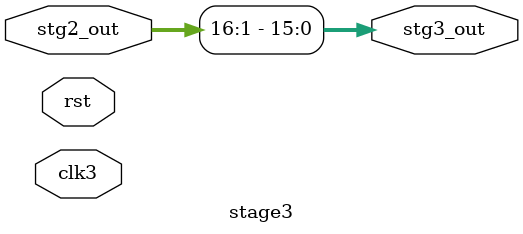
<source format=v>
module stage3(
    input wire clk3,
    input wire rst,
    input wire [16:0] stg2_out,
    output wire [15:0] stg3_out
);

assign stg3_out = stg2_out[16:1];
endmodule
</source>
